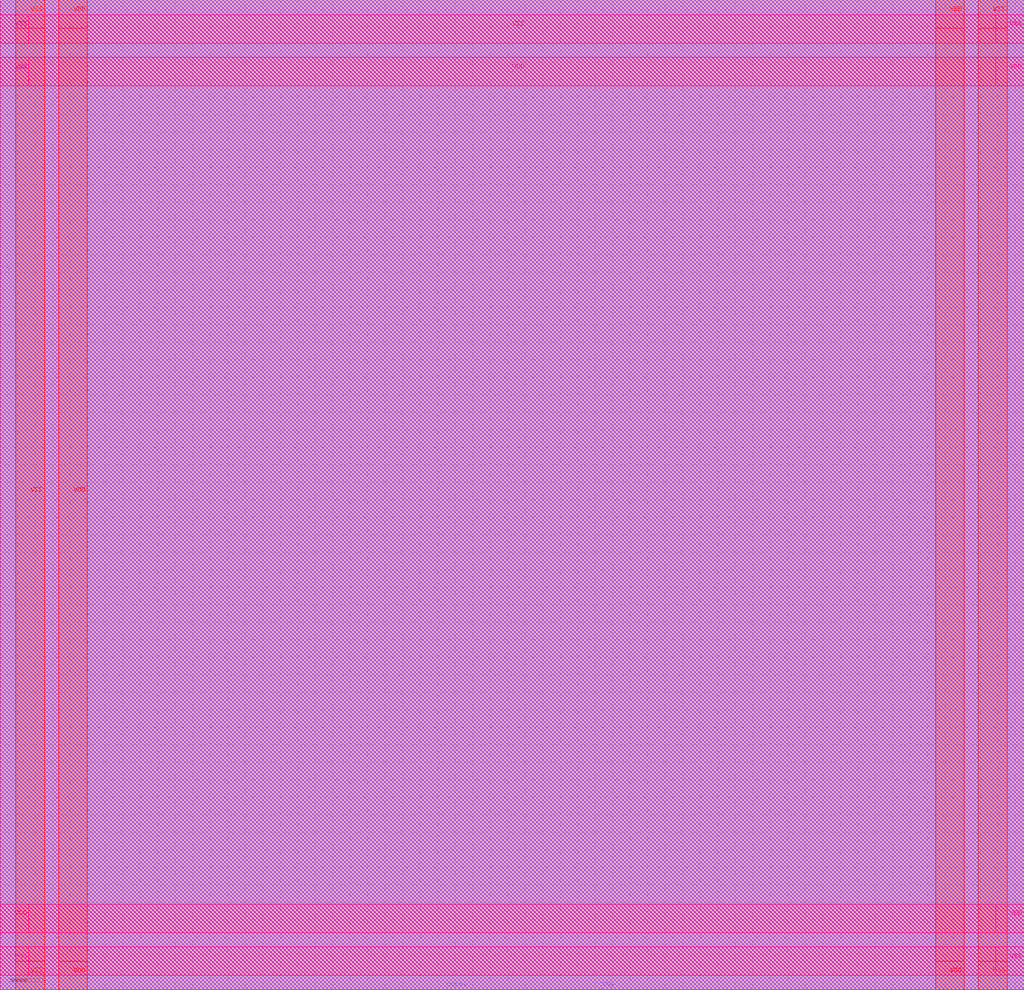
<source format=lef>
###############################################################
#  Generated by:      Cadence Innovus 20.13-s083_1
#  OS:                Linux x86_64(Host ID rice-503-20-north)
#  Generated on:      Sat May 28 16:40:42 2022
#  Design:            bgr_top
#  Command:           write_lef_abstract -specifyTopLayer 6 -PGPinLayers {5 6} -noCutObs -stripePin results/bgr_top.lef
###############################################################

VERSION 5.8 ;

BUSBITCHARS "[]" ;
DIVIDERCHAR "/" ;

MACRO macro
  CLASS BLOCK ;
  SIZE 292.560000 BY 282.880000 ;
  FOREIGN macro 0.000000 0.000000 ;
  ORIGIN 0 0 ;
  SYMMETRY X Y R90 ;
  PIN porst
    DIRECTION INOUT ;
    USE SIGNAL ;
    ANTENNAPARTIALMETALAREA 17.5123 LAYER met2  ;
    ANTENNAPARTIALMETALSIDEAREA 87.3355 LAYER met2  ;
    ANTENNAMODEL OXIDE1 ;
    ANTENNAGATEAREA 72 LAYER met2  ;
    ANTENNAMAXAREACAR 0.330333 LAYER met2  ;
    ANTENNAMAXSIDEAREACAR 1.27908 LAYER met2  ;
    ANTENNAMAXCUTCAR 0.000713889 LAYER via2  ;
    PORT
      LAYER met2 ;
        RECT 127.580000 0.000000 127.720000 0.485000 ;
    END
  END porst
  PIN va
    DIRECTION INOUT ;
    USE SIGNAL ;
    ANTENNAPARTIALMETALAREA 10.7926 LAYER met3  ;
    ANTENNAPARTIALMETALSIDEAREA 57.552 LAYER met3  ;
    ANTENNAPARTIALCUTAREA 0.04 LAYER via3  ;
    ANTENNADIFFAREA 82.639 LAYER met4  ;
    ANTENNAPARTIALMETALAREA 158.729 LAYER met4  ;
    ANTENNAPARTIALMETALSIDEAREA 645.352 LAYER met4  ;
    ANTENNAMODEL OXIDE1 ;
    ANTENNAGATEAREA 72 LAYER met4  ;
    ANTENNAMAXAREACAR 2.50947 LAYER met4  ;
    ANTENNAMAXSIDEAREACAR 10.1344 LAYER met4  ;
    ANTENNAMAXCUTCAR 0.00293611 LAYER via4  ;
    PORT
      LAYER met3 ;
        RECT 0.000000 204.870000 0.800000 205.170000 ;
    END
  END va
  PIN vb
    DIRECTION INOUT ;
    USE SIGNAL ;
    ANTENNAPARTIALMETALAREA 7.1098 LAYER met1  ;
    ANTENNAPARTIALMETALSIDEAREA 35.441 LAYER met1  ;
    ANTENNAPARTIALCUTAREA 0.0225 LAYER via  ;
    ANTENNADIFFAREA 57.9855 LAYER met2  ;
    ANTENNAPARTIALMETALAREA 18.9112 LAYER met2  ;
    ANTENNAPARTIALMETALSIDEAREA 93.996 LAYER met2  ;
    ANTENNAMODEL OXIDE1 ;
    ANTENNAGATEAREA 72 LAYER met2  ;
    ANTENNAMAXAREACAR 0.416727 LAYER met2  ;
    ANTENNAMAXSIDEAREACAR 1.70516 LAYER met2  ;
    ANTENNAMAXCUTCAR 0.000713889 LAYER via2  ;
    PORT
      LAYER met1 ;
        RECT 291.965000 167.040000 292.560000 167.180000 ;
    END
  END vb
  PIN vbg
    DIRECTION INOUT ;
    USE SIGNAL ;
    ANTENNADIFFAREA 57.9855 LAYER met2  ;
    ANTENNAPARTIALMETALAREA 16.6079 LAYER met2  ;
    ANTENNAPARTIALMETALSIDEAREA 82.8135 LAYER met2  ;
    PORT
      LAYER met2 ;
        RECT 171.740000 0.000000 171.880000 0.485000 ;
    END
  END vbg
  PIN VDD
    DIRECTION INOUT ;
    USE POWER ;
    PORT
      LAYER met5 ;
        RECT 284.400000 258.240000 292.560000 266.400000 ;
    END
    PORT
      LAYER met5 ;
        RECT 0.000000 258.240000 8.160000 266.400000 ;
    END
    PORT
      LAYER met5 ;
        RECT 284.400000 16.320000 292.560000 24.480000 ;
    END
    PORT
      LAYER met5 ;
        RECT 0.000000 16.320000 8.160000 24.480000 ;
    END
    PORT
      LAYER met4 ;
        RECT 267.280000 274.720000 275.440000 282.880000 ;
    END
    PORT
      LAYER met4 ;
        RECT 267.280000 0.000000 275.440000 8.160000 ;
    END
    PORT
      LAYER met4 ;
        RECT 16.740000 274.720000 24.900000 282.880000 ;
    END
    PORT
      LAYER met4 ;
        RECT 16.740000 0.000000 24.900000 8.160000 ;
    END

# P/G power stripe data as pin
    PORT
      LAYER met4 ;
        RECT 267.280000 0.000000 275.440000 282.880000 ;
        RECT 16.740000 0.000000 24.900000 282.880000 ;
      LAYER met5 ;
        RECT 0.000000 16.320000 292.560000 24.480000 ;
        RECT 0.000000 258.240000 292.560000 266.400000 ;
    END
# end of P/G power stripe data as pin

  END VDD
  PIN VSS
    DIRECTION INOUT ;
    USE GROUND ;
    PORT
      LAYER met5 ;
        RECT 284.400000 270.480000 292.560000 278.640000 ;
    END
    PORT
      LAYER met5 ;
        RECT 0.000000 270.480000 8.160000 278.640000 ;
    END
    PORT
      LAYER met5 ;
        RECT 284.400000 4.080000 292.560000 12.240000 ;
    END
    PORT
      LAYER met5 ;
        RECT 0.000000 4.080000 8.160000 12.240000 ;
    END
    PORT
      LAYER met4 ;
        RECT 279.520000 274.720000 287.680000 282.880000 ;
    END
    PORT
      LAYER met4 ;
        RECT 279.520000 0.000000 287.680000 8.160000 ;
    END
    PORT
      LAYER met4 ;
        RECT 4.500000 274.720000 12.660000 282.880000 ;
    END
    PORT
      LAYER met4 ;
        RECT 4.500000 0.000000 12.660000 8.160000 ;
    END

# P/G power stripe data as pin
    PORT
      LAYER met4 ;
        RECT 279.520000 0.000000 287.680000 282.880000 ;
        RECT 4.500000 0.000000 12.660000 282.880000 ;
      LAYER met5 ;
        RECT 0.000000 4.080000 292.560000 12.240000 ;
        RECT 0.000000 270.480000 292.560000 278.640000 ;
    END
# end of P/G power stripe data as pin

  END VSS
  OBS
    LAYER li1 ;
      RECT 0.000000 0.000000 292.560000 282.880000 ;
    LAYER met1 ;
      RECT 0.000000 0.000000 292.560000 282.880000 ;
    LAYER met2 ;
      RECT 0.000000 0.000000 292.560000 282.880000 ;
    LAYER met3 ;
      RECT 0.000000 0.000000 292.560000 282.880000 ;
    LAYER met4 ;
      RECT 0.000000 0.000000 292.560000 282.880000 ;
    LAYER met5 ;
      RECT 0.000000 0.000000 292.560000 282.880000 ;
  END
END macro

END LIBRARY

</source>
